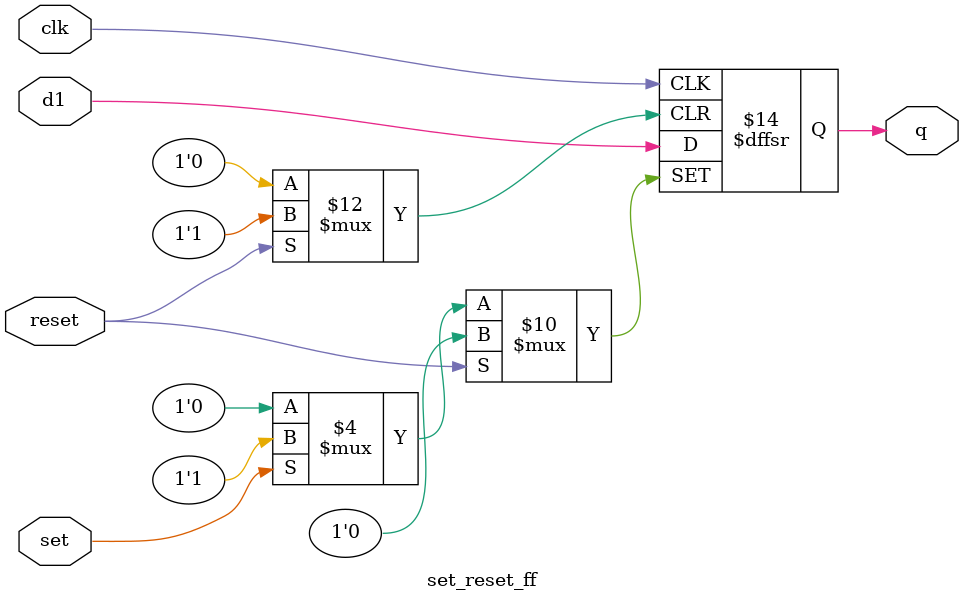
<source format=sv>
`default_nettype none
`ifdef SIMULATION
`timescale 1ns/1ns
`endif

module set_reset_ff(
    output logic q,
    input  logic d1,
    input  logic clk,
    input  logic reset,
    input  logic set
);

always_ff @(posedge clk or posedge set or posedge reset) begin
    if (reset)
        q <= 1'b0;
    else if (set)
        q <= 1'b1;
    else
        q <= d1;
end

endmodule

</source>
